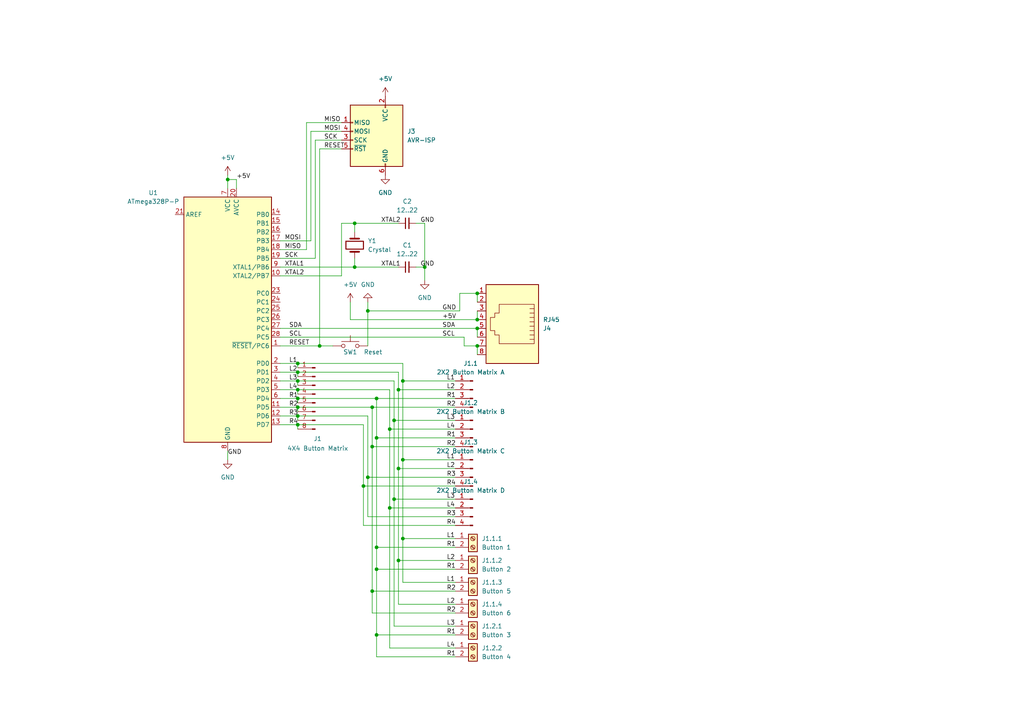
<source format=kicad_sch>
(kicad_sch (version 20231120) (generator "eeschema") (generator_version "8.0")
  (paper "A4")
  (title_block (title "wheele buttons") (date "2024-07-18") (rev "v1.0.0") (company "https://github.com/lusmdl"))
  (lib_symbols
    (symbol "Connector:AVR-ISP-6" (pin_names (offset 1.016))
      (property "Reference" "J" (at -6.35 11.43 0))
      (property "Value" "AVR-ISP-6" (at 0 11.43 0))
      (symbol "AVR-ISP-6_0_1"
        (rectangle (start -2.667 -6.858) (end -2.413 -7.62))
        (rectangle (start -2.667 10.16) (end -2.413 9.398))
        (rectangle (start 7.62 -2.413) (end 6.858 -2.667))
        (rectangle (start 7.62 0.127) (end 6.858 -0.127))
        (rectangle (start 7.62 2.667) (end 6.858 2.413))
        (rectangle (start 7.62 5.207) (end 6.858 4.953))
        (rectangle (start 7.62 10.16) (end -7.62 -7.62) (stroke (width 0.254)) (fill (type background)))
      )
      (symbol "AVR-ISP-6_1_1"
        (pin passive line (at 10.16 5.08 180) (length 2.54) (name "MISO") (number "1"))
        (pin passive line (at -2.54 12.7 270) (length 2.54) (name "VCC") (number "2"))
        (pin passive line (at 10.16 0 180) (length 2.54) (name "SCK") (number "3"))
        (pin passive line (at 10.16 2.54 180) (length 2.54) (name "MOSI") (number "4"))
        (pin passive line (at 10.16 -2.54 180) (length 2.54) (name "~{RST}") (number "5"))
        (pin passive line (at -2.54 -10.16 90) (length 2.54) (name "GND") (number "6"))
      )
    )
    (symbol "Connector:Conn_01x04_Pin" (pin_names (offset 1.016) hide)
      (property "Reference" "J" (at 0 5.08 0))
      (property "Value" "Conn_01x04_Pin" (at 0 -7.62 0))
      (symbol "Conn_01x04_Pin_1_1"
        (polyline (pts (xy 1.27 -5.08) (xy 0.8636 -5.08)) (stroke (width 0.1524)))
        (polyline (pts (xy 1.27 -2.54) (xy 0.8636 -2.54)) (stroke (width 0.1524)))
        (polyline (pts (xy 1.27 0) (xy 0.8636 0)) (stroke (width 0.1524)))
        (polyline (pts (xy 1.27 2.54) (xy 0.8636 2.54)) (stroke (width 0.1524)))
        (rectangle (start 0.8636 -4.953) (end 0 -5.207) (stroke (width 0.1524)) (fill (type outline)))
        (rectangle (start 0.8636 -2.413) (end 0 -2.667) (stroke (width 0.1524)) (fill (type outline)))
        (rectangle (start 0.8636 0.127) (end 0 -0.127) (stroke (width 0.1524)) (fill (type outline)))
        (rectangle (start 0.8636 2.667) (end 0 2.413) (stroke (width 0.1524)) (fill (type outline)))
        (pin passive line (at 5.08 2.54 180) (length 3.81) (name "Pin_1") (number "1"))
        (pin passive line (at 5.08 0 180) (length 3.81) (name "Pin_2") (number "2"))
        (pin passive line (at 5.08 -2.54 180) (length 3.81) (name "Pin_3") (number "3"))
        (pin passive line (at 5.08 -5.08 180) (length 3.81) (name "Pin_4") (number "4"))
      )
    )
    (symbol "Connector:Conn_01x08_Pin" (pin_names (offset 1.016) hide)
      (property "Reference" "J" (at 0 10.16 0))
      (property "Value" "Conn_01x08_Pin" (at 0 -12.7 0))
      (symbol "Conn_01x08_Pin_1_1"
        (polyline (pts (xy 1.27 -10.16) (xy 0.8636 -10.16)) (stroke (width 0.1524)))
        (polyline (pts (xy 1.27 -7.62) (xy 0.8636 -7.62)) (stroke (width 0.1524)))
        (polyline (pts (xy 1.27 -5.08) (xy 0.8636 -5.08)) (stroke (width 0.1524)))
        (polyline (pts (xy 1.27 -2.54) (xy 0.8636 -2.54)) (stroke (width 0.1524)))
        (polyline (pts (xy 1.27 0) (xy 0.8636 0)) (stroke (width 0.1524)))
        (polyline (pts (xy 1.27 2.54) (xy 0.8636 2.54)) (stroke (width 0.1524)))
        (polyline (pts (xy 1.27 5.08) (xy 0.8636 5.08)) (stroke (width 0.1524)))
        (polyline (pts (xy 1.27 7.62) (xy 0.8636 7.62)) (stroke (width 0.1524)))
        (rectangle (start 0.8636 -10.033) (end 0 -10.287) (stroke (width 0.1524)) (fill (type outline)))
        (rectangle (start 0.8636 -7.493) (end 0 -7.747) (stroke (width 0.1524)) (fill (type outline)))
        (rectangle (start 0.8636 -4.953) (end 0 -5.207) (stroke (width 0.1524)) (fill (type outline)))
        (rectangle (start 0.8636 -2.413) (end 0 -2.667) (stroke (width 0.1524)) (fill (type outline)))
        (rectangle (start 0.8636 0.127) (end 0 -0.127) (stroke (width 0.1524)) (fill (type outline)))
        (rectangle (start 0.8636 2.667) (end 0 2.413) (stroke (width 0.1524)) (fill (type outline)))
        (rectangle (start 0.8636 5.207) (end 0 4.953) (stroke (width 0.1524)) (fill (type outline)))
        (rectangle (start 0.8636 7.747) (end 0 7.493) (stroke (width 0.1524)) (fill (type outline)))
        (pin passive line (at 5.08 7.62 180) (length 3.81) (name "Pin_1") (number "1"))
        (pin passive line (at 5.08 5.08 180) (length 3.81) (name "Pin_2") (number "2"))
        (pin passive line (at 5.08 2.54 180) (length 3.81) (name "Pin_3") (number "3"))
        (pin passive line (at 5.08 0 180) (length 3.81) (name "Pin_4") (number "4"))
        (pin passive line (at 5.08 -2.54 180) (length 3.81) (name "Pin_5") (number "5"))
        (pin passive line (at 5.08 -5.08 180) (length 3.81) (name "Pin_6") (number "6"))
        (pin passive line (at 5.08 -7.62 180) (length 3.81) (name "Pin_7") (number "7"))
        (pin passive line (at 5.08 -10.16 180) (length 3.81) (name "Pin_8") (number "8"))
      )
    )
    (symbol "Connector:RJ45" (pin_names (offset 1.016))
      (property "Reference" "J" (at -5.08 13.97 0))
      (property "Value" "RJ45" (at 2.54 13.97 0))
      (symbol "RJ45_0_1"
        (polyline (pts (xy -5.08 4.445) (xy -6.35 4.445)))
        (polyline (pts (xy -5.08 5.715) (xy -6.35 5.715)))
        (polyline (pts (xy -6.35 -3.175) (xy -5.08 -3.175) (xy -5.08 -3.175)))
        (polyline (pts (xy -6.35 -1.905) (xy -5.08 -1.905) (xy -5.08 -1.905)))
        (polyline (pts (xy -6.35 -0.635) (xy -5.08 -0.635) (xy -5.08 -0.635)))
        (polyline (pts (xy -6.35 0.635) (xy -5.08 0.635) (xy -5.08 0.635)))
        (polyline (pts (xy -6.35 1.905) (xy -5.08 1.905) (xy -5.08 1.905)))
        (polyline (pts (xy -5.08 3.175) (xy -6.35 3.175) (xy -6.35 3.175)))
        (polyline (pts (xy -6.35 -4.445) (xy -6.35 6.985) (xy 3.81 6.985) (xy 3.81 4.445) (xy 5.08 4.445) (xy 5.08 3.175) (xy 6.35 3.175) (xy 6.35 -0.635) (xy 5.08 -0.635) (xy 5.08 -1.905) (xy 3.81 -1.905) (xy 3.81 -4.445) (xy -6.35 -4.445) (xy -6.35 -4.445)))
        (rectangle (start 7.62 12.7) (end -7.62 -10.16) (stroke (width 0.254)) (fill (type background)))
      )
      (symbol "RJ45_1_1"
        (pin passive line (at 10.16 -7.62 180) (length 2.54) (name "~") (number "1"))
        (pin passive line (at 10.16 -5.08 180) (length 2.54) (name "~") (number "2"))
        (pin passive line (at 10.16 -2.54 180) (length 2.54) (name "~") (number "3"))
        (pin passive line (at 10.16 0 180) (length 2.54) (name "~") (number "4"))
        (pin passive line (at 10.16 2.54 180) (length 2.54) (name "~") (number "5"))
        (pin passive line (at 10.16 5.08 180) (length 2.54) (name "~") (number "6"))
        (pin passive line (at 10.16 7.62 180) (length 2.54) (name "~") (number "7"))
        (pin passive line (at 10.16 10.16 180) (length 2.54) (name "~") (number "8"))
      )
    )
    (symbol "Connector:Screw_Terminal_01x02" (pin_names (offset 1.016) hide)
      (property "Reference" "J" (at 0 2.54 0))
      (property "Value" "Screw_Terminal_01x02" (at 0 -5.08 0))
      (symbol "Screw_Terminal_01x02_1_1"
        (rectangle (start -1.27 1.27) (end 1.27 -3.81) (stroke (width 0.254)) (fill (type background)))
        (circle (center 0 -2.54) (radius 0.635) (stroke (width 0.1524)))
        (polyline (pts (xy -0.5334 -2.2098) (xy 0.3302 -3.048)) (stroke (width 0.1524)))
        (polyline (pts (xy -0.5334 0.3302) (xy 0.3302 -0.508)) (stroke (width 0.1524)))
        (polyline (pts (xy -0.3556 -2.032) (xy 0.508 -2.8702)) (stroke (width 0.1524)))
        (polyline (pts (xy -0.3556 0.508) (xy 0.508 -0.3302)) (stroke (width 0.1524)))
        (circle (center 0 0) (radius 0.635) (stroke (width 0.1524)))
        (pin passive line (at -5.08 0 0) (length 3.81) (name "Pin_1") (number "1"))
        (pin passive line (at -5.08 -2.54 0) (length 3.81) (name "Pin_2") (number "2"))
      )
    )
    (symbol "Device:C_Small" (pin_numbers hide) (pin_names (offset 0.254) hide)
      (property "Reference" "C" (at 0.254 1.778 0))
      (property "Value" "C_Small" (at 0.254 -2.032 0))
      (symbol "C_Small_0_1"
        (polyline (pts (xy -1.524 -0.508) (xy 1.524 -0.508)) (stroke (width 0.3302)))
        (polyline (pts (xy -1.524 0.508) (xy 1.524 0.508)) (stroke (width 0.3048)))
      )
      (symbol "C_Small_1_1"
        (pin passive line (at 0 2.54 270) (length 2.032) (name "~") (number "1"))
        (pin passive line (at 0 -2.54 90) (length 2.032) (name "~") (number "2"))
      )
    )
    (symbol "Device:Crystal" (pin_numbers hide) (pin_names (offset 1.016) hide)
      (property "Reference" "Y" (at 0 3.81 0))
      (property "Value" "Crystal" (at 0 -3.81 0))
      (symbol "Crystal_0_1"
        (rectangle (start -1.143 2.54) (end 1.143 -2.54) (stroke (width 0.3048)))
        (polyline (pts (xy -2.54 0) (xy -1.905 0)))
        (polyline (pts (xy -1.905 -1.27) (xy -1.905 1.27)) (stroke (width 0.508)))
        (polyline (pts (xy 1.905 -1.27) (xy 1.905 1.27)) (stroke (width 0.508)))
        (polyline (pts (xy 2.54 0) (xy 1.905 0)))
      )
      (symbol "Crystal_1_1"
        (pin passive line (at -3.81 0 0) (length 1.27) (name "1") (number "1"))
        (pin passive line (at 3.81 0 180) (length 1.27) (name "2") (number "2"))
      )
    )
    (symbol "MCU_Microchip_ATmega:ATmega328P-P"
      (property "Reference" "U" (at -12.7 36.83 0))
      (property "Value" "ATmega328P-P" (at 2.54 -36.83 0))
      (symbol "ATmega328P-P_0_1"
        (rectangle (start -12.7 -35.56) (end 12.7 35.56) (stroke (width 0.254)) (fill (type background)))
      )
      (symbol "ATmega328P-P_1_1"
        (pin bidirectional line (at 15.24 -7.62 180) (length 2.54) (name "~{RESET}/PC6") (number "1"))
        (pin bidirectional line (at 15.24 12.7 180) (length 2.54) (name "XTAL2/PB7") (number "10"))
        (pin bidirectional line (at 15.24 -25.4 180) (length 2.54) (name "PD5") (number "11"))
        (pin bidirectional line (at 15.24 -27.94 180) (length 2.54) (name "PD6") (number "12"))
        (pin bidirectional line (at 15.24 -30.48 180) (length 2.54) (name "PD7") (number "13"))
        (pin bidirectional line (at 15.24 30.48 180) (length 2.54) (name "PB0") (number "14"))
        (pin bidirectional line (at 15.24 27.94 180) (length 2.54) (name "PB1") (number "15"))
        (pin bidirectional line (at 15.24 25.4 180) (length 2.54) (name "PB2") (number "16"))
        (pin bidirectional line (at 15.24 22.86 180) (length 2.54) (name "PB3") (number "17"))
        (pin bidirectional line (at 15.24 20.32 180) (length 2.54) (name "PB4") (number "18"))
        (pin bidirectional line (at 15.24 17.78 180) (length 2.54) (name "PB5") (number "19"))
        (pin bidirectional line (at 15.24 -12.7 180) (length 2.54) (name "PD0") (number "2"))
        (pin power_in line (at 2.54 38.1 270) (length 2.54) (name "AVCC") (number "20"))
        (pin passive line (at -15.24 30.48 0) (length 2.54) (name "AREF") (number "21"))
        (pin passive line (at 0 -38.1 90) (length 2.54) hide (name "GND") (number "22"))
        (pin bidirectional line (at 15.24 7.62 180) (length 2.54) (name "PC0") (number "23"))
        (pin bidirectional line (at 15.24 5.08 180) (length 2.54) (name "PC1") (number "24"))
        (pin bidirectional line (at 15.24 2.54 180) (length 2.54) (name "PC2") (number "25"))
        (pin bidirectional line (at 15.24 0 180) (length 2.54) (name "PC3") (number "26"))
        (pin bidirectional line (at 15.24 -2.54 180) (length 2.54) (name "PC4") (number "27"))
        (pin bidirectional line (at 15.24 -5.08 180) (length 2.54) (name "PC5") (number "28"))
        (pin bidirectional line (at 15.24 -15.24 180) (length 2.54) (name "PD1") (number "3"))
        (pin bidirectional line (at 15.24 -17.78 180) (length 2.54) (name "PD2") (number "4"))
        (pin bidirectional line (at 15.24 -20.32 180) (length 2.54) (name "PD3") (number "5"))
        (pin bidirectional line (at 15.24 -22.86 180) (length 2.54) (name "PD4") (number "6"))
        (pin power_in line (at 0 38.1 270) (length 2.54) (name "VCC") (number "7"))
        (pin power_in line (at 0 -38.1 90) (length 2.54) (name "GND") (number "8"))
        (pin bidirectional line (at 15.24 15.24 180) (length 2.54) (name "XTAL1/PB6") (number "9"))
      )
    )
    (symbol "Switch:SW_Push" (pin_numbers hide) (pin_names (offset 1.016) hide)
      (property "Reference" "SW" (at 1.27 2.54 0))
      (property "Value" "SW_Push" (at 0 -1.524 0))
      (symbol "SW_Push_0_1"
        (circle (center -2.032 0) (radius 0.508))
        (polyline (pts (xy 0 1.27) (xy 0 3.048)))
        (polyline (pts (xy 2.54 1.27) (xy -2.54 1.27)))
        (circle (center 2.032 0) (radius 0.508))
        (pin passive line (at -5.08 0 0) (length 2.54) (name "1") (number "1"))
        (pin passive line (at 5.08 0 180) (length 2.54) (name "2") (number "2"))
      )
    )
    (symbol "power:+5V" (power) (pin_numbers hide) (pin_names (offset 0) hide)
      (property "Value" "+5V" (at 0 3.556 0))
      (symbol "+5V_0_1"
        (polyline (pts (xy -0.762 1.27) (xy 0 2.54)))
        (polyline (pts (xy 0 0) (xy 0 2.54)))
        (polyline (pts (xy 0 2.54) (xy 0.762 1.27)))
      )
      (symbol "+5V_1_1"
        (pin power_in line (at 0 0 90) (length 0) (name "~") (number "1"))
      )
    )
    (symbol "power:GND" (power) (pin_numbers hide) (pin_names (offset 0) hide)
      (property "Value" "GND" (at 0 -3.81 0))
      (symbol "GND_0_1"
        (polyline (pts (xy 0 0) (xy 0 -1.27) (xy 1.27 -1.27) (xy 0 -2.54) (xy -1.27 -1.27) (xy 0 -1.27)))
      )
      (symbol "GND_1_1"
        (pin power_in line (at 0 0 270) (length 0) (name "~") (number "1"))
      )
    )
  )
  (junction (at 86.36 115.57))
  (junction (at 106.68 90.17))
  (junction (at 138.43 85.09))
  (junction (at 86.36 107.95))
  (junction (at 86.36 118.11))
  (junction (at 106.68 138.43))
  (junction (at 138.43 100.33))
  (junction (at 86.36 123.19))
  (junction (at 115.57 135.89))
  (junction (at 86.36 113.03))
  (junction (at 92.71 100.33))
  (junction (at 86.36 105.41))
  (junction (at 107.95 118.11))
  (junction (at 109.22 165.1))
  (junction (at 109.22 184.15))
  (junction (at 138.43 92.71))
  (junction (at 116.84 133.35))
  (junction (at 114.3 121.92))
  (junction (at 123.19 77.47))
  (junction (at 109.22 158.75))
  (junction (at 115.57 113.03))
  (junction (at 107.95 129.54))
  (junction (at 115.57 162.56))
  (junction (at 109.22 115.57))
  (junction (at 116.84 156.21))
  (junction (at 113.03 124.46))
  (junction (at 107.95 171.45))
  (junction (at 114.3 144.78))
  (junction (at 86.36 120.65))
  (junction (at 138.43 95.25))
  (junction (at 102.87 64.77))
  (junction (at 105.41 140.97))
  (junction (at 116.84 110.49))
  (junction (at 109.22 127))
  (junction (at 113.03 147.32))
  (junction (at 102.87 77.47))
  (junction (at 86.36 110.49))
  (junction (at 66.04 52.07))
  (wire (pts (xy 68.58 54.61) (xy 68.58 52.07)))
  (wire (pts (xy 113.03 124.46) (xy 113.03 147.32)))
  (wire (pts (xy 86.36 123.19) (xy 105.41 123.19)))
  (wire (pts (xy 114.3 121.92) (xy 114.3 144.78)))
  (wire (pts (xy 105.41 140.97) (xy 105.41 152.4)))
  (wire (pts (xy 109.22 115.57) (xy 132.08 115.57)))
  (wire (pts (xy 115.57 175.26) (xy 115.57 162.56)))
  (wire (pts (xy 81.28 118.11) (xy 86.36 118.11)))
  (wire (pts (xy 123.19 77.47) (xy 123.19 81.28)))
  (wire (pts (xy 106.68 100.33) (xy 106.68 90.17)))
  (wire (pts (xy 86.36 105.41) (xy 116.84 105.41)))
  (wire (pts (xy 109.22 190.5) (xy 109.22 184.15)))
  (wire (pts (xy 106.68 138.43) (xy 106.68 120.65)))
  (wire (pts (xy 132.08 133.35) (xy 116.84 133.35)))
  (wire (pts (xy 106.68 90.17) (xy 133.35 90.17)))
  (wire (pts (xy 132.08 140.97) (xy 105.41 140.97)))
  (wire (pts (xy 102.87 64.77) (xy 99.06 64.77)))
  (wire (pts (xy 120.65 77.47) (xy 123.19 77.47)))
  (wire (pts (xy 81.28 100.33) (xy 92.71 100.33)))
  (wire (pts (xy 132.08 165.1) (xy 109.22 165.1)))
  (wire (pts (xy 132.08 187.96) (xy 113.03 187.96)))
  (wire (pts (xy 66.04 50.8) (xy 66.04 52.07)))
  (wire (pts (xy 81.28 72.39) (xy 88.9 72.39)))
  (wire (pts (xy 132.08 144.78) (xy 114.3 144.78)))
  (wire (pts (xy 120.65 64.77) (xy 123.19 64.77)))
  (wire (pts (xy 102.87 64.77) (xy 115.57 64.77)))
  (wire (pts (xy 86.36 113.03) (xy 113.03 113.03)))
  (wire (pts (xy 132.08 190.5) (xy 109.22 190.5)))
  (wire (pts (xy 86.36 119.38) (xy 86.36 118.11)))
  (wire (pts (xy 102.87 77.47) (xy 115.57 77.47)))
  (wire (pts (xy 109.22 165.1) (xy 109.22 158.75)))
  (wire (pts (xy 109.22 158.75) (xy 109.22 127)))
  (wire (pts (xy 109.22 184.15) (xy 109.22 165.1)))
  (wire (pts (xy 86.36 111.76) (xy 86.36 110.49)))
  (wire (pts (xy 132.08 184.15) (xy 109.22 184.15)))
  (wire (pts (xy 105.41 140.97) (xy 105.41 123.19)))
  (wire (pts (xy 132.08 124.46) (xy 113.03 124.46)))
  (wire (pts (xy 99.06 38.1) (xy 90.17 38.1)))
  (wire (pts (xy 81.28 113.03) (xy 86.36 113.03)))
  (wire (pts (xy 133.35 85.09) (xy 138.43 85.09)))
  (wire (pts (xy 138.43 85.09) (xy 138.43 87.63)))
  (wire (pts (xy 115.57 113.03) (xy 132.08 113.03)))
  (wire (pts (xy 132.08 138.43) (xy 106.68 138.43)))
  (wire (pts (xy 81.28 105.41) (xy 86.36 105.41)))
  (wire (pts (xy 116.84 105.41) (xy 116.84 110.49)))
  (wire (pts (xy 101.6 92.71) (xy 101.6 87.63)))
  (wire (pts (xy 116.84 168.91) (xy 116.84 156.21)))
  (wire (pts (xy 66.04 133.35) (xy 66.04 130.81)))
  (wire (pts (xy 114.3 110.49) (xy 114.3 121.92)))
  (wire (pts (xy 86.36 106.68) (xy 86.36 105.41)))
  (wire (pts (xy 68.58 52.07) (xy 66.04 52.07)))
  (wire (pts (xy 106.68 87.63) (xy 106.68 90.17)))
  (wire (pts (xy 132.08 158.75) (xy 109.22 158.75)))
  (wire (pts (xy 114.3 181.61) (xy 114.3 144.78)))
  (wire (pts (xy 86.36 109.22) (xy 86.36 107.95)))
  (wire (pts (xy 90.17 69.85) (xy 81.28 69.85)))
  (wire (pts (xy 81.28 77.47) (xy 102.87 77.47)))
  (wire (pts (xy 133.35 90.17) (xy 133.35 85.09)))
  (wire (pts (xy 123.19 64.77) (xy 123.19 77.47)))
  (wire (pts (xy 92.71 43.18) (xy 99.06 43.18)))
  (wire (pts (xy 86.36 118.11) (xy 107.95 118.11)))
  (wire (pts (xy 113.03 113.03) (xy 113.03 124.46)))
  (wire (pts (xy 66.04 52.07) (xy 66.04 54.61)))
  (wire (pts (xy 115.57 107.95) (xy 115.57 113.03)))
  (wire (pts (xy 86.36 110.49) (xy 114.3 110.49)))
  (wire (pts (xy 138.43 100.33) (xy 138.43 102.87)))
  (wire (pts (xy 107.95 171.45) (xy 107.95 129.54)))
  (wire (pts (xy 81.28 97.79) (xy 134.62 97.79)))
  (wire (pts (xy 86.36 116.84) (xy 86.36 115.57)))
  (wire (pts (xy 99.06 64.77) (xy 99.06 80.01)))
  (wire (pts (xy 132.08 181.61) (xy 114.3 181.61)))
  (wire (pts (xy 90.17 38.1) (xy 90.17 69.85)))
  (wire (pts (xy 92.71 43.18) (xy 92.71 100.33)))
  (wire (pts (xy 134.62 100.33) (xy 134.62 97.79)))
  (wire (pts (xy 132.08 152.4) (xy 105.41 152.4)))
  (wire (pts (xy 132.08 177.8) (xy 107.95 177.8)))
  (wire (pts (xy 107.95 118.11) (xy 107.95 129.54)))
  (wire (pts (xy 138.43 95.25) (xy 138.43 97.79)))
  (wire (pts (xy 113.03 187.96) (xy 113.03 147.32)))
  (wire (pts (xy 88.9 35.56) (xy 99.06 35.56)))
  (wire (pts (xy 81.28 107.95) (xy 86.36 107.95)))
  (wire (pts (xy 81.28 95.25) (xy 138.43 95.25)))
  (wire (pts (xy 102.87 74.93) (xy 102.87 77.47)))
  (wire (pts (xy 109.22 115.57) (xy 109.22 127)))
  (wire (pts (xy 91.44 40.64) (xy 99.06 40.64)))
  (wire (pts (xy 102.87 64.77) (xy 102.87 67.31)))
  (wire (pts (xy 81.28 74.93) (xy 91.44 74.93)))
  (wire (pts (xy 132.08 135.89) (xy 115.57 135.89)))
  (wire (pts (xy 116.84 110.49) (xy 132.08 110.49)))
  (wire (pts (xy 96.52 100.33) (xy 92.71 100.33)))
  (wire (pts (xy 86.36 121.92) (xy 86.36 120.65)))
  (wire (pts (xy 81.28 120.65) (xy 86.36 120.65)))
  (wire (pts (xy 106.68 138.43) (xy 106.68 149.86)))
  (wire (pts (xy 86.36 124.46) (xy 86.36 123.19)))
  (wire (pts (xy 99.06 80.01) (xy 81.28 80.01)))
  (wire (pts (xy 138.43 90.17) (xy 138.43 92.71)))
  (wire (pts (xy 81.28 110.49) (xy 86.36 110.49)))
  (wire (pts (xy 132.08 162.56) (xy 115.57 162.56)))
  (wire (pts (xy 132.08 147.32) (xy 113.03 147.32)))
  (wire (pts (xy 107.95 118.11) (xy 132.08 118.11)))
  (wire (pts (xy 86.36 114.3) (xy 86.36 113.03)))
  (wire (pts (xy 86.36 107.95) (xy 115.57 107.95)))
  (wire (pts (xy 138.43 100.33) (xy 134.62 100.33)))
  (wire (pts (xy 86.36 115.57) (xy 109.22 115.57)))
  (wire (pts (xy 81.28 123.19) (xy 86.36 123.19)))
  (wire (pts (xy 88.9 72.39) (xy 88.9 35.56)))
  (wire (pts (xy 86.36 120.65) (xy 106.68 120.65)))
  (wire (pts (xy 115.57 113.03) (xy 115.57 135.89)))
  (wire (pts (xy 101.6 92.71) (xy 138.43 92.71)))
  (wire (pts (xy 116.84 156.21) (xy 116.84 133.35)))
  (wire (pts (xy 132.08 175.26) (xy 115.57 175.26)))
  (wire (pts (xy 132.08 171.45) (xy 107.95 171.45)))
  (wire (pts (xy 91.44 74.93) (xy 91.44 40.64)))
  (wire (pts (xy 115.57 162.56) (xy 115.57 135.89)))
  (wire (pts (xy 107.95 177.8) (xy 107.95 171.45)))
  (wire (pts (xy 132.08 127) (xy 109.22 127)))
  (wire (pts (xy 132.08 149.86) (xy 106.68 149.86)))
  (wire (pts (xy 132.08 129.54) (xy 107.95 129.54)))
  (wire (pts (xy 116.84 110.49) (xy 116.84 133.35)))
  (wire (pts (xy 81.28 115.57) (xy 86.36 115.57)))
  (wire (pts (xy 132.08 168.91) (xy 116.84 168.91)))
  (wire (pts (xy 132.08 156.21) (xy 116.84 156.21)))
  (wire (pts (xy 114.3 121.92) (xy 132.08 121.92)))
  (label "GND" (at 121.92 77.47 0))
  (label "R4" (at 129.54 140.97 0))
  (label "L1" (at 129.54 110.49 0))
  (label "MISO" (at 82.55 72.39 0))
  (label "+5V" (at 128.27 92.71 0))
  (label "R4" (at 129.54 152.4 0))
  (label "R1" (at 129.54 190.5 0))
  (label "SDA" (at 128.27 95.25 0))
  (label "RESET" (at 93.98 43.18 0))
  (label "L4" (at 83.82 113.03 0))
  (label "L4" (at 129.54 147.32 0))
  (label "L4" (at 129.54 124.46 0))
  (label "L1" (at 129.54 133.35 0))
  (label "MOSI" (at 93.98 38.1 0))
  (label "R1" (at 129.54 127 0))
  (label "R3" (at 129.54 138.43 0))
  (label "R2" (at 129.54 171.45 0))
  (label "R2" (at 129.54 129.54 0))
  (label "R2" (at 129.54 177.8 0))
  (label "XTAL2" (at 110.49 64.77 0))
  (label "L3" (at 129.54 121.92 0))
  (label "R1" (at 129.54 158.75 0))
  (label "GND" (at 128.27 90.17 0))
  (label "R2" (at 129.54 118.11 0))
  (label "L3" (at 83.82 110.49 0))
  (label "L2" (at 129.54 113.03 0))
  (label "L4" (at 129.54 187.96 0))
  (label "+5V" (at 68.58 52.07 0))
  (label "L1" (at 83.82 105.41 0))
  (label "R2" (at 83.82 118.11 0))
  (label "L3" (at 129.54 181.61 0))
  (label "L1" (at 129.54 168.91 0))
  (label "GND" (at 121.92 64.77 0))
  (label "L1" (at 129.54 156.21 0))
  (label "XTAL1" (at 82.55 77.47 0))
  (label "SCK" (at 82.55 74.93 0))
  (label "MOSI" (at 82.55 69.85 0))
  (label "L2" (at 129.54 135.89 0))
  (label "SCK" (at 93.98 40.64 0))
  (label "R3" (at 129.54 149.86 0))
  (label "RESET" (at 83.82 100.33 0))
  (label "R3" (at 83.82 120.65 0))
  (label "R4" (at 83.82 123.19 0))
  (label "R1" (at 129.54 165.1 0))
  (label "SCL" (at 128.27 97.79 0))
  (label "SDA" (at 83.82 95.25 0))
  (label "L2" (at 83.82 107.95 0))
  (label "XTAL2" (at 82.55 80.01 0))
  (label "SCL" (at 83.82 97.79 0))
  (label "R1" (at 129.54 184.15 0))
  (label "L2" (at 129.54 175.26 0))
  (label "L3" (at 129.54 144.78 0))
  (label "GND" (at 66.04 132.08 0))
  (label "MISO" (at 93.98 35.56 0))
  (label "R1" (at 83.82 115.57 0))
  (label "R1" (at 129.54 115.57 0))
  (label "L2" (at 129.54 162.56 0))
  (label "XTAL1" (at 110.49 77.47 0))
  (symbol (lib_id "power:+5V") (at 66.04 50.8 0) (unit 1)
    (property "Reference" "#PWR07" (effects (hide yes)))
    (property "Value" "+5V" (at 66.04 45.72 0))
    (property "Description" "Power symbol creates a global label with name \"+5V\"" (effects (hide yes)))
  )
  (symbol (lib_id "Device:Crystal") (at 102.87 71.12 90) (unit 1)
    (property "Reference" "Y1" (at 106.68 69.8499 90) (effects (justify right)))
    (property "Value" "Crystal" (at 106.68 72.3899 90) (effects (justify right)))
    (property "Footprint" "Crystal:Crystal_HC18-U_Vertical" (effects (hide yes)))
    (property "Description" "Two pin crystal" (effects (hide yes)))
  )
  (symbol (lib_id "Connector:RJ45") (at 148.59 92.71 180) (unit 1)
    (property "Reference" "J4" (at 157.48 95.2501 0) (effects (justify right)))
    (property "Value" "RJ45" (at 157.48 92.7101 0) (effects (justify right)))
    (property "Footprint" "Connector_RJ:RJ45_Molex_0855135013_Vertical" (effects (hide yes)))
    (property "Description" "RJ connector, 8P8C (8 positions 8 connected)" (effects (hide yes)))
  )
  (symbol (lib_id "Connector:Screw_Terminal_01x02") (at 137.16 187.96 0) (unit 1)
    (property "Reference" "J1.2.2" (at 139.7 187.9599 0) (effects (justify left)))
    (property "Value" "Button 4" (at 139.7 190.4999 0) (effects (justify left)))
    (property "Footprint" "TerminalBlock:TerminalBlock_Xinya_XY308-2.54-2P_1x02_P2.54mm_Horizontal" (effects (hide yes)))
    (property "Description" "Generic screw terminal, single row, 01x02, script generated (kicad-library-utils/schlib/autogen/connector/)" (effects (hide yes)))
  )
  (symbol (lib_id "Connector:AVR-ISP-6") (at 109.22 40.64 0) (mirror y) (unit 1)
    (property "Reference" "J3" (at 118.11 38.0999 0) (effects (justify right)))
    (property "Value" "AVR-ISP" (at 118.11 40.6399 0) (effects (justify right)))
    (property "Footprint" "Connector_PinHeader_2.54mm:PinHeader_2x03_P2.54mm_Vertical_SMD" (effects (hide yes)))
    (property "Description" "Atmel 6-pin ISP connector" (effects (hide yes)))
  )
  (symbol (lib_id "power:GND") (at 111.76 50.8 0) (mirror y) (unit 1)
    (property "Reference" "#PWR06" (effects (hide yes)))
    (property "Value" "GND" (at 111.76 55.88 0))
    (property "Description" "Power symbol creates a global label with name \"GND\" , ground" (effects (hide yes)))
  )
  (symbol (lib_id "power:GND") (at 106.68 87.63 180) (unit 1)
    (property "Reference" "#PWR02" (effects (hide yes)))
    (property "Value" "GND" (at 106.68 82.55 0))
    (property "Description" "Power symbol creates a global label with name \"GND\" , ground" (effects (hide yes)))
  )
  (symbol (lib_id "Connector:Screw_Terminal_01x02") (at 137.16 168.91 0) (unit 1)
    (property "Reference" "J1.1.3" (at 139.7 168.9099 0) (effects (justify left)))
    (property "Value" "Button 5" (at 139.7 171.4499 0) (effects (justify left)))
    (property "Footprint" "TerminalBlock:TerminalBlock_Xinya_XY308-2.54-2P_1x02_P2.54mm_Horizontal" (effects (hide yes)))
    (property "Description" "Generic screw terminal, single row, 01x02, script generated (kicad-library-utils/schlib/autogen/connector/)" (effects (hide yes)))
  )
  (symbol (lib_id "Connector:Screw_Terminal_01x02") (at 137.16 181.61 0) (unit 1)
    (property "Reference" "J1.2.1" (at 139.7 181.6099 0) (effects (justify left)))
    (property "Value" "Button 3" (at 139.7 184.1499 0) (effects (justify left)))
    (property "Footprint" "TerminalBlock:TerminalBlock_Xinya_XY308-2.54-2P_1x02_P2.54mm_Horizontal" (effects (hide yes)))
    (property "Description" "Generic screw terminal, single row, 01x02, script generated (kicad-library-utils/schlib/autogen/connector/)" (effects (hide yes)))
  )
  (symbol (lib_id "Connector:Screw_Terminal_01x02") (at 137.16 162.56 0) (unit 1)
    (property "Reference" "J1.1.2" (at 139.7 162.5599 0) (effects (justify left)))
    (property "Value" "Button 2" (at 139.7 165.0999 0) (effects (justify left)))
    (property "Footprint" "TerminalBlock:TerminalBlock_Xinya_XY308-2.54-2P_1x02_P2.54mm_Horizontal" (effects (hide yes)))
    (property "Description" "Generic screw terminal, single row, 01x02, script generated (kicad-library-utils/schlib/autogen/connector/)" (effects (hide yes)))
  )
  (symbol (lib_id "Device:C_Small") (at 118.11 64.77 90) (unit 1)
    (property "Reference" "C2" (at 118.1163 58.42 90))
    (property "Value" "12..22" (at 118.1163 60.96 90))
    (property "Footprint" "Capacitor_SMD:C_0603_1608Metric_Pad1.08x0.95mm_HandSolder" (effects (hide yes)))
    (property "Description" "Unpolarized capacitor, small symbol" (effects (hide yes)))
  )
  (symbol (lib_id "power:GND") (at 66.04 133.35 0) (unit 1)
    (property "Reference" "#PWR01" (effects (hide yes)))
    (property "Value" "GND" (at 66.04 138.43 0))
    (property "Description" "Power symbol creates a global label with name \"GND\" , ground" (effects (hide yes)))
  )
  (symbol (lib_id "Connector:Conn_01x04_Pin") (at 137.16 135.89 0) (mirror y) (unit 1)
    (property "Reference" "J1.3" (at 136.525 128.27 0))
    (property "Value" "2X2 Button Matrix C" (at 136.525 130.81 0))
    (property "Footprint" "Connector_PinHeader_2.54mm:PinHeader_1x04_P2.54mm_Vertical_SMD_Pin1Left" (effects (hide yes)))
    (property "Description" "Generic connector, single row, 01x04, script generated" (effects (hide yes)))
  )
  (symbol (lib_id "power:+5V") (at 101.6 87.63 0) (unit 1)
    (property "Reference" "#PWR04" (effects (hide yes)))
    (property "Value" "+5V" (at 101.6 82.55 0))
    (property "Description" "Power symbol creates a global label with name \"+5V\"" (effects (hide yes)))
  )
  (symbol (lib_id "Connector:Conn_01x04_Pin") (at 137.16 124.46 0) (mirror y) (unit 1)
    (property "Reference" "J1.2" (at 136.525 116.84 0))
    (property "Value" "2X2 Button Matrix B" (at 136.525 119.38 0))
    (property "Footprint" "Connector_PinHeader_2.54mm:PinHeader_1x04_P2.54mm_Vertical_SMD_Pin1Left" (effects (hide yes)))
    (property "Description" "Generic connector, single row, 01x04, script generated" (effects (hide yes)))
  )
  (symbol (lib_id "Connector:Conn_01x08_Pin") (at 91.44 114.3 0) (mirror y) (unit 1)
    (property "Reference" "J1" (at 90.932 127.254 0) (effects (justify right)))
    (property "Value" "4X4 Button Matrix" (at 83.312 130.048 0) (effects (justify right)))
    (property "Footprint" "Connector_PinHeader_2.54mm:PinHeader_1x08_P2.54mm_Vertical_SMD_Pin1Left" (effects (hide yes)))
    (property "Description" "Generic connector, single row, 01x08, script generated" (effects (hide yes)))
  )
  (symbol (lib_id "Switch:SW_Push") (at 101.6 100.33 0) (unit 1)
    (property "Reference" "SW1" (at 101.6 102.108 0))
    (property "Value" "Reset" (at 108.204 102.108 0))
    (property "Footprint" "Button_Switch_SMD:SW_Push_1P1T_NO_6x6mm_H9.5mm" (effects (hide yes)))
    (property "Description" "Push button switch, generic, two pins" (effects (hide yes)))
  )
  (symbol (lib_id "power:+5V") (at 111.76 27.94 0) (mirror y) (unit 1)
    (property "Reference" "#PWR05" (effects (hide yes)))
    (property "Value" "+5V" (at 111.76 22.86 0))
    (property "Description" "Power symbol creates a global label with name \"+5V\"" (effects (hide yes)))
  )
  (symbol (lib_id "Connector:Screw_Terminal_01x02") (at 137.16 175.26 0) (unit 1)
    (property "Reference" "J1.1.4" (at 139.7 175.2599 0) (effects (justify left)))
    (property "Value" "Button 6" (at 139.7 177.7999 0) (effects (justify left)))
    (property "Footprint" "TerminalBlock:TerminalBlock_Xinya_XY308-2.54-2P_1x02_P2.54mm_Horizontal" (effects (hide yes)))
    (property "Description" "Generic screw terminal, single row, 01x02, script generated (kicad-library-utils/schlib/autogen/connector/)" (effects (hide yes)))
  )
  (symbol (lib_id "Connector:Conn_01x04_Pin") (at 137.16 113.03 0) (mirror y) (unit 1)
    (property "Reference" "J1.1" (at 136.525 105.41 0))
    (property "Value" "2X2 Button Matrix A" (at 136.525 107.95 0))
    (property "Footprint" "Connector_PinHeader_2.54mm:PinHeader_1x04_P2.54mm_Vertical_SMD_Pin1Left" (effects (hide yes)))
    (property "Description" "Generic connector, single row, 01x04, script generated" (effects (hide yes)))
  )
  (symbol (lib_id "Connector:Screw_Terminal_01x02") (at 137.16 156.21 0) (unit 1)
    (property "Reference" "J1.1.1" (at 139.7 156.2099 0) (effects (justify left)))
    (property "Value" "Button 1" (at 139.7 158.7499 0) (effects (justify left)))
    (property "Footprint" "TerminalBlock:TerminalBlock_Xinya_XY308-2.54-2P_1x02_P2.54mm_Horizontal" (effects (hide yes)))
    (property "Description" "Generic screw terminal, single row, 01x02, script generated (kicad-library-utils/schlib/autogen/connector/)" (effects (hide yes)))
  )
  (symbol (lib_id "Device:C_Small") (at 118.11 77.47 90) (unit 1)
    (property "Reference" "C1" (at 118.1163 71.12 90))
    (property "Value" "12..22" (at 118.1163 73.66 90))
    (property "Footprint" "Capacitor_SMD:C_0603_1608Metric_Pad1.08x0.95mm_HandSolder" (effects (hide yes)))
    (property "Description" "Unpolarized capacitor, small symbol" (effects (hide yes)))
  )
  (symbol (lib_id "Connector:Conn_01x04_Pin") (at 137.16 147.32 0) (mirror y) (unit 1)
    (property "Reference" "J1.4" (at 136.525 139.7 0))
    (property "Value" "2X2 Button Matrix D" (at 136.525 142.24 0))
    (property "Footprint" "Connector_PinHeader_2.54mm:PinHeader_1x04_P2.54mm_Vertical_SMD_Pin1Left" (effects (hide yes)))
    (property "Description" "Generic connector, single row, 01x04, script generated" (effects (hide yes)))
  )
  (symbol (lib_id "power:GND") (at 123.19 81.28 0) (unit 1)
    (property "Reference" "#PWR03" (effects (hide yes)))
    (property "Value" "GND" (at 123.19 86.36 0))
    (property "Description" "Power symbol creates a global label with name \"GND\" , ground" (effects (hide yes)))
  )
  (symbol (lib_id "MCU_Microchip_ATmega:ATmega328P-P") (at 66.04 92.71 0) (unit 1)
    (property "Reference" "U1" (at 44.45 55.9114 0))
    (property "Value" "ATmega328P-P" (at 44.45 58.4514 0))
    (property "Footprint" "Package_DIP:DIP-28_W7.62mm" (effects (hide yes)))
    (property "Datasheet" "http://ww1.microchip.com/downloads/en/DeviceDoc/ATmega328_P%20AVR%20MCU%20with%20picoPower%20Technology%20Data%20Sheet%2040001984A.pdf" (effects (hide yes)))
    (property "Description" "20MHz, 32kB Flash, 2kB SRAM, 1kB EEPROM, DIP-28" (effects (hide yes)))
  )
)
</source>
